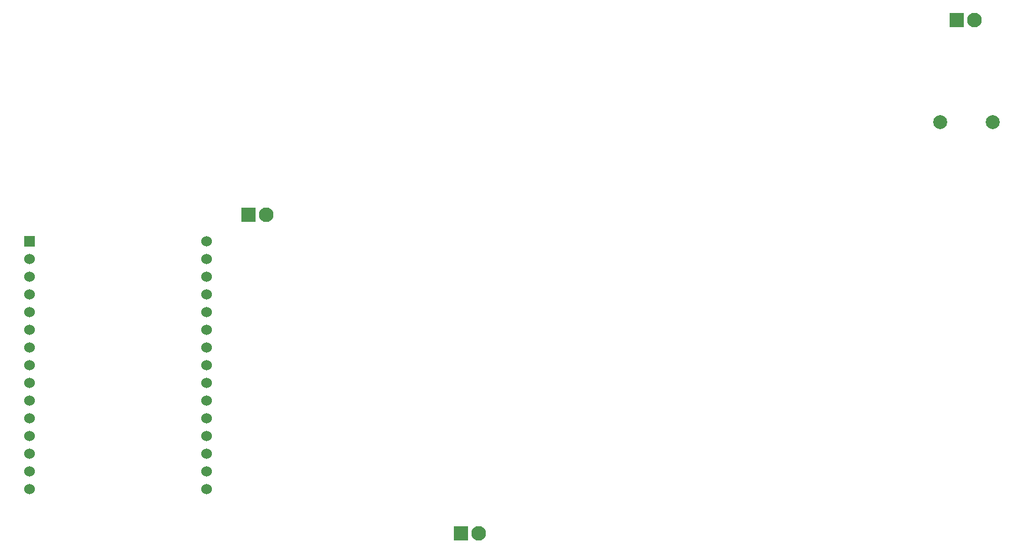
<source format=gbr>
%TF.GenerationSoftware,KiCad,Pcbnew,(6.0.11)*%
%TF.CreationDate,2023-03-07T15:10:14+01:00*%
%TF.ProjectId,ultrasonic speaker,756c7472-6173-46f6-9e69-632073706561,rev?*%
%TF.SameCoordinates,Original*%
%TF.FileFunction,Copper,L2,Bot*%
%TF.FilePolarity,Positive*%
%FSLAX46Y46*%
G04 Gerber Fmt 4.6, Leading zero omitted, Abs format (unit mm)*
G04 Created by KiCad (PCBNEW (6.0.11)) date 2023-03-07 15:10:14*
%MOMM*%
%LPD*%
G01*
G04 APERTURE LIST*
%TA.AperFunction,ComponentPad*%
%ADD10C,2.000000*%
%TD*%
%TA.AperFunction,ComponentPad*%
%ADD11R,2.100000X2.100000*%
%TD*%
%TA.AperFunction,ComponentPad*%
%ADD12C,2.100000*%
%TD*%
%TA.AperFunction,ComponentPad*%
%ADD13R,1.524000X1.524000*%
%TD*%
%TA.AperFunction,ComponentPad*%
%ADD14C,1.524000*%
%TD*%
G04 APERTURE END LIST*
D10*
%TO.P,LS1,1,1*%
%TO.N,/Ultrasonic Array/power1*%
X244030000Y-45140000D03*
%TO.P,LS1,2,2*%
%TO.N,/Ultrasonic Array/power2*%
X251530000Y-45140000D03*
%TD*%
D11*
%TO.P,J3,1,Pin_1*%
%TO.N,/Ultrasonic Array/power1*%
X246380000Y-30480000D03*
D12*
%TO.P,J3,2,Pin_2*%
%TO.N,/Ultrasonic Array/power2*%
X248920000Y-30480000D03*
%TD*%
D13*
%TO.P,U1,1,EN*%
%TO.N,unconnected-(U1-Pad1)*%
X113395527Y-62173929D03*
D14*
%TO.P,U1,2,SENSOR_VP*%
%TO.N,unconnected-(U1-Pad2)*%
X113395527Y-64713929D03*
%TO.P,U1,3,SENSOR_VN*%
%TO.N,unconnected-(U1-Pad3)*%
X113395527Y-67253929D03*
%TO.P,U1,4,IO34*%
%TO.N,unconnected-(U1-Pad4)*%
X113395527Y-69793929D03*
%TO.P,U1,5,IO35*%
%TO.N,unconnected-(U1-Pad5)*%
X113395527Y-72333929D03*
%TO.P,U1,6,IO32*%
%TO.N,unconnected-(U1-Pad6)*%
X113395527Y-74873929D03*
%TO.P,U1,7,IO33*%
%TO.N,unconnected-(U1-Pad7)*%
X113395527Y-77413929D03*
%TO.P,U1,8,IO25*%
%TO.N,unconnected-(U1-Pad8)*%
X113395527Y-79953929D03*
%TO.P,U1,9,IO26*%
%TO.N,unconnected-(U1-Pad9)*%
X113395527Y-82493929D03*
%TO.P,U1,10,IO27*%
%TO.N,unconnected-(U1-Pad10)*%
X113395527Y-85033929D03*
%TO.P,U1,11,IO14*%
%TO.N,unconnected-(U1-Pad11)*%
X113395527Y-87573929D03*
%TO.P,U1,12,IO12*%
%TO.N,unconnected-(U1-Pad12)*%
X113395527Y-90113929D03*
%TO.P,U1,13,IO13*%
%TO.N,unconnected-(U1-Pad13)*%
X113395527Y-92653929D03*
%TO.P,U1,14,GND*%
%TO.N,GND*%
X113395527Y-95193929D03*
%TO.P,U1,15,VIN*%
%TO.N,unconnected-(U1-Pad15)*%
X113395527Y-97733929D03*
%TO.P,U1,16,3V3*%
%TO.N,+3.3V*%
X138795527Y-97733929D03*
%TO.P,U1,17,GND*%
%TO.N,GND*%
X138795527Y-95193929D03*
%TO.P,U1,18,IO15*%
%TO.N,unconnected-(U1-Pad18)*%
X138795527Y-92653929D03*
%TO.P,U1,19,IO2*%
%TO.N,unconnected-(U1-Pad19)*%
X138795527Y-90113929D03*
%TO.P,U1,20,IO4*%
%TO.N,unconnected-(U1-Pad20)*%
X138795527Y-87573929D03*
%TO.P,U1,21,IO16*%
%TO.N,unconnected-(U1-Pad21)*%
X138795527Y-85033929D03*
%TO.P,U1,22,IO17*%
%TO.N,unconnected-(U1-Pad22)*%
X138795527Y-82493929D03*
%TO.P,U1,23,IO5*%
%TO.N,unconnected-(U1-Pad23)*%
X138795527Y-79953929D03*
%TO.P,U1,24,IO18*%
%TO.N,Net-(U1-Pad24)*%
X138795527Y-77413929D03*
%TO.P,U1,25,IO19*%
%TO.N,Net-(U1-Pad25)*%
X138795527Y-74873929D03*
%TO.P,U1,26,IO21*%
%TO.N,unconnected-(U1-Pad26)*%
X138795527Y-72333929D03*
%TO.P,U1,27,RXD0/IO3*%
%TO.N,unconnected-(U1-Pad27)*%
X138795527Y-69793929D03*
%TO.P,U1,28,TXD0/IO1*%
%TO.N,unconnected-(U1-Pad28)*%
X138795527Y-67253929D03*
%TO.P,U1,29,IO22*%
%TO.N,unconnected-(U1-Pad29)*%
X138795527Y-64713929D03*
%TO.P,U1,30,IO23*%
%TO.N,unconnected-(U1-Pad30)*%
X138795527Y-62173929D03*
%TD*%
D11*
%TO.P,J2,1,Pin_1*%
%TO.N,VCC*%
X175260000Y-104140000D03*
D12*
%TO.P,J2,2,Pin_2*%
%TO.N,GND*%
X177800000Y-104140000D03*
%TD*%
D11*
%TO.P,J1,1,Pin_1*%
%TO.N,Net-(J1-Pad1)*%
X144780000Y-58420000D03*
D12*
%TO.P,J1,2,Pin_2*%
%TO.N,Net-(J1-Pad2)*%
X147320000Y-58420000D03*
%TD*%
M02*

</source>
